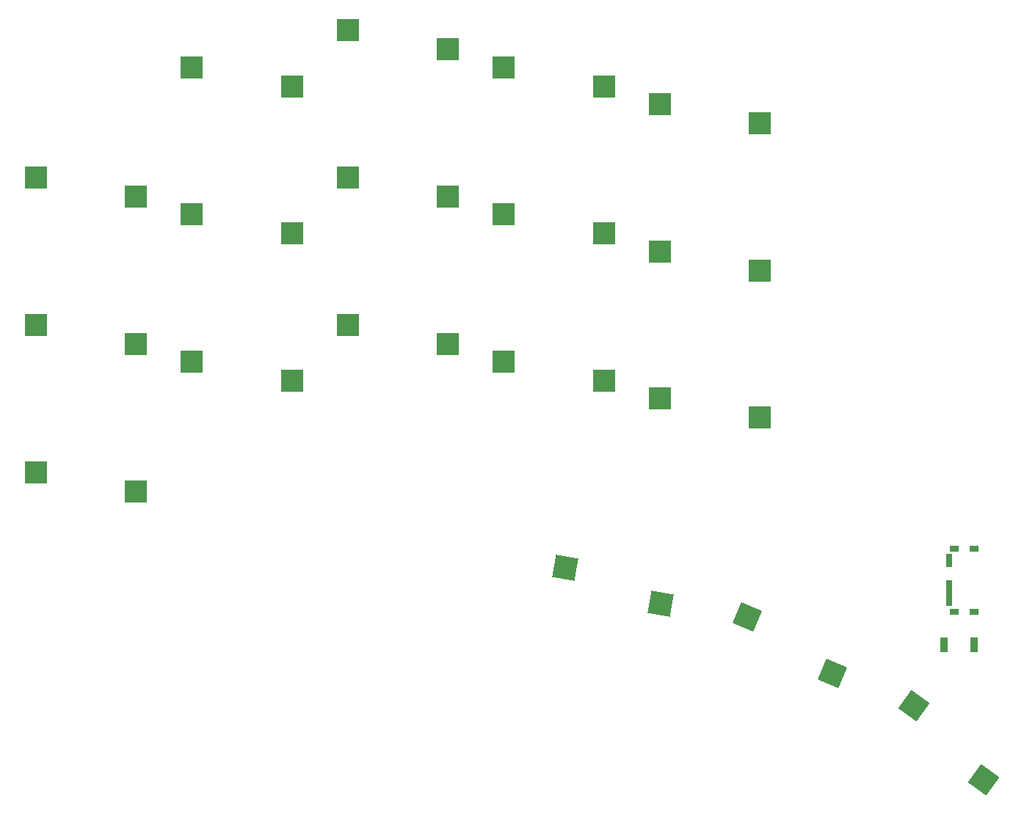
<source format=gbr>
%TF.GenerationSoftware,KiCad,Pcbnew,6.0.5*%
%TF.CreationDate,2022-05-30T20:25:03+02:00*%
%TF.ProjectId,main,6d61696e-2e6b-4696-9361-645f70636258,v1.0.0*%
%TF.SameCoordinates,Original*%
%TF.FileFunction,Paste,Bot*%
%TF.FilePolarity,Positive*%
%FSLAX46Y46*%
G04 Gerber Fmt 4.6, Leading zero omitted, Abs format (unit mm)*
G04 Created by KiCad (PCBNEW 6.0.5) date 2022-05-30 20:25:03*
%MOMM*%
%LPD*%
G01*
G04 APERTURE LIST*
G04 Aperture macros list*
%AMRotRect*
0 Rectangle, with rotation*
0 The origin of the aperture is its center*
0 $1 length*
0 $2 width*
0 $3 Rotation angle, in degrees counterclockwise*
0 Add horizontal line*
21,1,$1,$2,0,0,$3*%
G04 Aperture macros list end*
%ADD10R,2.600000X2.600000*%
%ADD11RotRect,2.600000X2.600000X350.000000*%
%ADD12RotRect,2.600000X2.600000X337.000000*%
%ADD13RotRect,2.600000X2.600000X324.000000*%
%ADD14R,0.700000X1.500000*%
%ADD15R,1.000000X0.800000*%
%ADD16R,0.900000X1.700000*%
G04 APERTURE END LIST*
D10*
%TO.C,S2*%
X14725000Y5950000D03*
X26275000Y3750000D03*
%TD*%
%TO.C,S4*%
X14725000Y22950000D03*
X26275000Y20750000D03*
%TD*%
%TO.C,S6*%
X14725000Y39950000D03*
X26275000Y37750000D03*
%TD*%
%TO.C,S8*%
X32725000Y18700000D03*
X44275000Y16500000D03*
%TD*%
%TO.C,S10*%
X32725000Y35700000D03*
X44275000Y33500000D03*
%TD*%
%TO.C,S12*%
X32725000Y52700000D03*
X44275000Y50500000D03*
%TD*%
%TO.C,S14*%
X50725000Y22950000D03*
X62275000Y20750000D03*
%TD*%
%TO.C,S16*%
X50725000Y39950000D03*
X62275000Y37750000D03*
%TD*%
%TO.C,S18*%
X50725000Y56950000D03*
X62275000Y54750000D03*
%TD*%
%TO.C,S20*%
X68725000Y18700000D03*
X80275000Y16500000D03*
%TD*%
%TO.C,S22*%
X68725000Y35700000D03*
X80275000Y33500000D03*
%TD*%
%TO.C,S24*%
X80275000Y50500000D03*
X68725000Y52700000D03*
%TD*%
%TO.C,S26*%
X86725000Y14450000D03*
X98275000Y12250000D03*
%TD*%
%TO.C,S28*%
X86725000Y31450000D03*
X98275000Y29250000D03*
%TD*%
%TO.C,S30*%
X86725000Y48450000D03*
X98275000Y46250000D03*
%TD*%
D11*
%TO.C,S32*%
X75807961Y-5071696D03*
X86800465Y-9243910D03*
%TD*%
D12*
%TO.C,S34*%
X96818434Y-10721747D03*
X106590656Y-17259802D03*
%TD*%
D13*
%TO.C,S36*%
X116019424Y-20953315D03*
X124070442Y-29522072D03*
%TD*%
D14*
%TO.C,*%
X120070000Y-4250000D03*
X120070000Y-7250000D03*
X120070000Y-8750000D03*
D15*
X122930000Y-2850000D03*
X122930000Y-10150000D03*
X120720000Y-10150000D03*
X120720000Y-2850000D03*
%TD*%
D16*
%TO.C,*%
X122929022Y-14000000D03*
X119529022Y-14000000D03*
%TD*%
M02*

</source>
